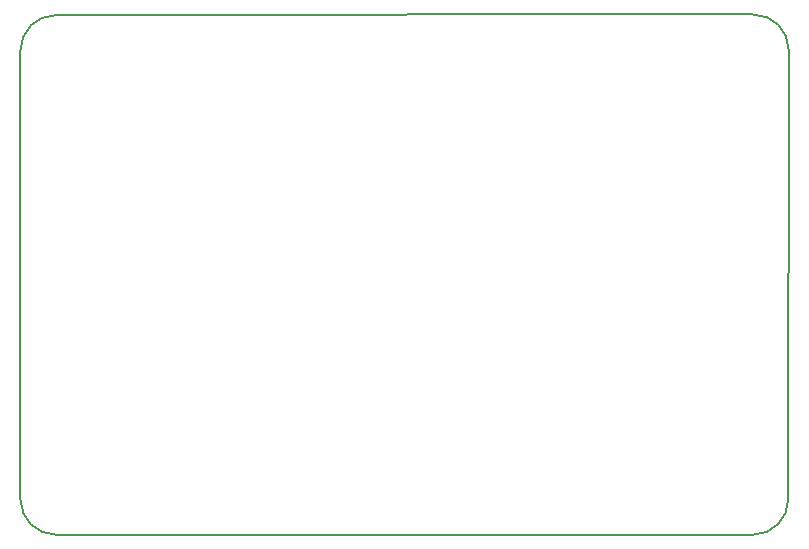
<source format=gm1>
G04 #@! TF.GenerationSoftware,KiCad,Pcbnew,(7.0.0)*
G04 #@! TF.CreationDate,2023-02-16T13:39:53+01:00*
G04 #@! TF.ProjectId,Sumo,53756d6f-2e6b-4696-9361-645f70636258,rev?*
G04 #@! TF.SameCoordinates,Original*
G04 #@! TF.FileFunction,Profile,NP*
%FSLAX46Y46*%
G04 Gerber Fmt 4.6, Leading zero omitted, Abs format (unit mm)*
G04 Created by KiCad (PCBNEW (7.0.0)) date 2023-02-16 13:39:53*
%MOMM*%
%LPD*%
G01*
G04 APERTURE LIST*
G04 #@! TA.AperFunction,Profile*
%ADD10C,0.200000*%
G04 #@! TD*
G04 APERTURE END LIST*
D10*
X103000000Y-94000000D02*
X162050840Y-93999569D01*
X103000000Y-50000000D02*
G75*
G03*
X100000000Y-53000000I0J-3000000D01*
G01*
X162050000Y-49950000D02*
X103000000Y-50000000D01*
X100000000Y-91000000D02*
G75*
G03*
X103000000Y-94000000I3000000J0D01*
G01*
X100000000Y-53000000D02*
X100000000Y-91000000D01*
X165000000Y-91000000D02*
X165050000Y-52950000D01*
X165050000Y-52950000D02*
G75*
G03*
X162050000Y-49950000I-3000000J0D01*
G01*
X162050840Y-93999556D02*
G75*
G03*
X165000000Y-91000000I-51640J3000356D01*
G01*
M02*

</source>
